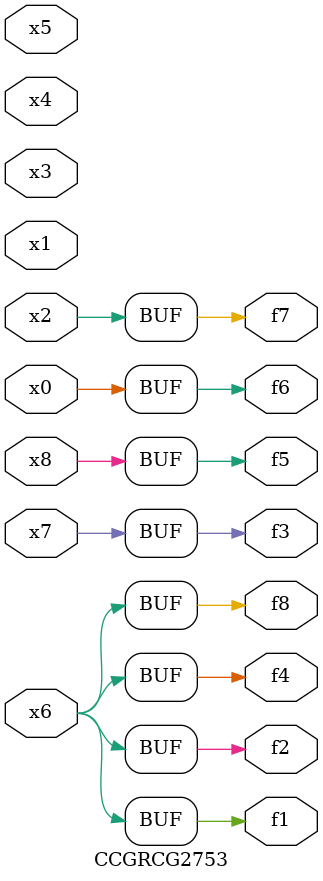
<source format=v>
module CCGRCG2753(
	input x0, x1, x2, x3, x4, x5, x6, x7, x8,
	output f1, f2, f3, f4, f5, f6, f7, f8
);
	assign f1 = x6;
	assign f2 = x6;
	assign f3 = x7;
	assign f4 = x6;
	assign f5 = x8;
	assign f6 = x0;
	assign f7 = x2;
	assign f8 = x6;
endmodule

</source>
